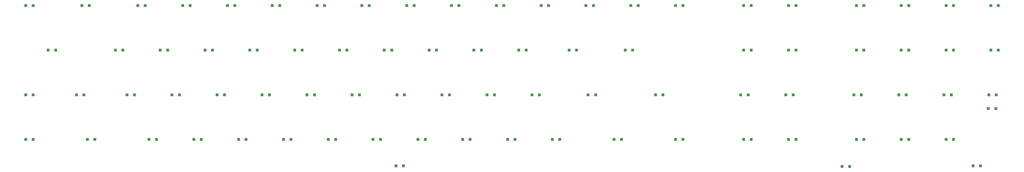
<source format=gbp>
%TF.GenerationSoftware,KiCad,Pcbnew,5.1.9-1.fc33*%
%TF.CreationDate,2021-04-02T14:54:25-04:00*%
%TF.ProjectId,pcb,7063622e-6b69-4636-9164-5f7063625858,rev?*%
%TF.SameCoordinates,Original*%
%TF.FileFunction,Paste,Bot*%
%TF.FilePolarity,Positive*%
%FSLAX46Y46*%
G04 Gerber Fmt 4.6, Leading zero omitted, Abs format (unit mm)*
G04 Created by KiCad (PCBNEW 5.1.9-1.fc33) date 2021-04-02 14:54:25*
%MOMM*%
%LPD*%
G01*
G04 APERTURE LIST*
%ADD10R,1.200000X1.200000*%
G04 APERTURE END LIST*
D10*
%TO.C,D0*%
X87833000Y-186730000D03*
X90983000Y-186730000D03*
%TD*%
%TO.C,D1*%
X111583000Y-186730000D03*
X114733000Y-186730000D03*
%TD*%
%TO.C,D2*%
X135333000Y-186730000D03*
X138483000Y-186730000D03*
%TD*%
%TO.C,D3*%
X154333000Y-186730000D03*
X157483000Y-186730000D03*
%TD*%
%TO.C,D4*%
X173333000Y-186730000D03*
X176483000Y-186730000D03*
%TD*%
%TO.C,D5*%
X192333000Y-186730000D03*
X195483000Y-186730000D03*
%TD*%
%TO.C,D6*%
X211333000Y-186730000D03*
X214483000Y-186730000D03*
%TD*%
%TO.C,D7*%
X230333000Y-186730000D03*
X233483000Y-186730000D03*
%TD*%
%TO.C,D8*%
X249333000Y-186730000D03*
X252483000Y-186730000D03*
%TD*%
%TO.C,D9*%
X268333000Y-186730000D03*
X271483000Y-186730000D03*
%TD*%
%TO.C,D10*%
X287333000Y-186730000D03*
X290483000Y-186730000D03*
%TD*%
%TO.C,D11*%
X306333000Y-186730000D03*
X309483000Y-186730000D03*
%TD*%
%TO.C,D12*%
X325333000Y-186730000D03*
X328483000Y-186730000D03*
%TD*%
%TO.C,D13*%
X344333000Y-186730000D03*
X347483000Y-186730000D03*
%TD*%
%TO.C,D14*%
X363333000Y-186730000D03*
X366483000Y-186730000D03*
%TD*%
%TO.C,D15*%
X392233000Y-186730000D03*
X395383000Y-186730000D03*
%TD*%
%TO.C,D16*%
X411233000Y-186730000D03*
X414383000Y-186730000D03*
%TD*%
%TO.C,D17*%
X440033000Y-186730000D03*
X443183000Y-186730000D03*
%TD*%
%TO.C,D18*%
X459033000Y-186730000D03*
X462183000Y-186730000D03*
%TD*%
%TO.C,D19*%
X478033000Y-186730000D03*
X481183000Y-186730000D03*
%TD*%
%TO.C,D20*%
X497033000Y-186730000D03*
X500183000Y-186730000D03*
%TD*%
%TO.C,D21*%
X97333000Y-205730000D03*
X100483000Y-205730000D03*
%TD*%
%TO.C,D22*%
X125833000Y-205730000D03*
X128983000Y-205730000D03*
%TD*%
%TO.C,D23*%
X144833000Y-205730000D03*
X147983000Y-205730000D03*
%TD*%
%TO.C,D24*%
X163833000Y-205730000D03*
X166983000Y-205730000D03*
%TD*%
%TO.C,D25*%
X182833000Y-205730000D03*
X185983000Y-205730000D03*
%TD*%
%TO.C,D26*%
X201833000Y-205730000D03*
X204983000Y-205730000D03*
%TD*%
%TO.C,D27*%
X220833000Y-205730000D03*
X223983000Y-205730000D03*
%TD*%
%TO.C,D28*%
X239833000Y-205730000D03*
X242983000Y-205730000D03*
%TD*%
%TO.C,D29*%
X258833000Y-205730000D03*
X261983000Y-205730000D03*
%TD*%
%TO.C,D30*%
X277833000Y-205730000D03*
X280983000Y-205730000D03*
%TD*%
%TO.C,D31*%
X296833000Y-205730000D03*
X299983000Y-205730000D03*
%TD*%
%TO.C,D32*%
X318208000Y-205730000D03*
X321358000Y-205730000D03*
%TD*%
%TO.C,D33*%
X341958000Y-205730000D03*
X345108000Y-205730000D03*
%TD*%
%TO.C,D34*%
X392233000Y-205730000D03*
X395383000Y-205730000D03*
%TD*%
%TO.C,D35*%
X411233000Y-205730000D03*
X414383000Y-205730000D03*
%TD*%
%TO.C,D36*%
X440033000Y-205730000D03*
X443183000Y-205730000D03*
%TD*%
%TO.C,D37*%
X459033000Y-205730000D03*
X462183000Y-205730000D03*
%TD*%
%TO.C,D38*%
X478033000Y-205730000D03*
X481183000Y-205730000D03*
%TD*%
%TO.C,D39*%
X497033000Y-205730000D03*
X500183000Y-205730000D03*
%TD*%
%TO.C,D41*%
X499099000Y-230632000D03*
X495949000Y-230632000D03*
%TD*%
%TO.C,D42*%
X87833000Y-224730000D03*
X90983000Y-224730000D03*
%TD*%
%TO.C,D43*%
X109286750Y-224730000D03*
X112436750Y-224730000D03*
%TD*%
%TO.C,D44*%
X130740500Y-224730000D03*
X133890500Y-224730000D03*
%TD*%
%TO.C,D45*%
X149819250Y-224730000D03*
X152969250Y-224730000D03*
%TD*%
%TO.C,D46*%
X168898000Y-224730000D03*
X172048000Y-224730000D03*
%TD*%
%TO.C,D47*%
X187976750Y-224730000D03*
X191126750Y-224730000D03*
%TD*%
%TO.C,D49*%
X207055500Y-224730000D03*
X210205500Y-224730000D03*
%TD*%
%TO.C,D50*%
X226134250Y-224730000D03*
X229284250Y-224730000D03*
%TD*%
%TO.C,D51*%
X245213000Y-224730000D03*
X248363000Y-224730000D03*
%TD*%
%TO.C,D52*%
X264291750Y-224730000D03*
X267441750Y-224730000D03*
%TD*%
%TO.C,D53*%
X283370500Y-224730000D03*
X286520500Y-224730000D03*
%TD*%
%TO.C,D54*%
X302449250Y-224730000D03*
X305599250Y-224730000D03*
%TD*%
%TO.C,D55*%
X326278000Y-224730000D03*
X329428000Y-224730000D03*
%TD*%
%TO.C,D56*%
X354856750Y-224730000D03*
X358006750Y-224730000D03*
%TD*%
%TO.C,D57*%
X390960500Y-224730000D03*
X394110500Y-224730000D03*
%TD*%
%TO.C,D58*%
X410039250Y-224730000D03*
X413189250Y-224730000D03*
%TD*%
%TO.C,D59*%
X438918000Y-224730000D03*
X442068000Y-224730000D03*
%TD*%
%TO.C,D60*%
X457996750Y-224730000D03*
X461146750Y-224730000D03*
%TD*%
%TO.C,D61*%
X477075500Y-224730000D03*
X480225500Y-224730000D03*
%TD*%
%TO.C,D62*%
X496154250Y-224730000D03*
X499304250Y-224730000D03*
%TD*%
%TO.C,D63*%
X492585000Y-255016000D03*
X489435000Y-255016000D03*
%TD*%
%TO.C,D64*%
X87833000Y-243730000D03*
X90983000Y-243730000D03*
%TD*%
%TO.C,D65*%
X113958000Y-243730000D03*
X117108000Y-243730000D03*
%TD*%
%TO.C,D66*%
X140083000Y-243730000D03*
X143233000Y-243730000D03*
%TD*%
%TO.C,D67*%
X159083000Y-243730000D03*
X162233000Y-243730000D03*
%TD*%
%TO.C,D68*%
X178083000Y-243730000D03*
X181233000Y-243730000D03*
%TD*%
%TO.C,D69*%
X197083000Y-243730000D03*
X200233000Y-243730000D03*
%TD*%
%TO.C,D70*%
X216083000Y-243730000D03*
X219233000Y-243730000D03*
%TD*%
%TO.C,D71*%
X244805000Y-255016000D03*
X247955000Y-255016000D03*
%TD*%
%TO.C,D72*%
X235083000Y-243730000D03*
X238233000Y-243730000D03*
%TD*%
%TO.C,D73*%
X254083000Y-243730000D03*
X257233000Y-243730000D03*
%TD*%
%TO.C,D74*%
X273083000Y-243730000D03*
X276233000Y-243730000D03*
%TD*%
%TO.C,D75*%
X292083000Y-243730000D03*
X295233000Y-243730000D03*
%TD*%
%TO.C,D76*%
X311083000Y-243730000D03*
X314233000Y-243730000D03*
%TD*%
%TO.C,D77*%
X337208000Y-243730000D03*
X340358000Y-243730000D03*
%TD*%
%TO.C,D78*%
X363333000Y-243730000D03*
X366483000Y-243730000D03*
%TD*%
%TO.C,D79*%
X392233000Y-243730000D03*
X395383000Y-243730000D03*
%TD*%
%TO.C,D80*%
X411233000Y-243730000D03*
X414383000Y-243730000D03*
%TD*%
%TO.C,D81*%
X440033000Y-243730000D03*
X443183000Y-243730000D03*
%TD*%
%TO.C,D82*%
X459033000Y-243730000D03*
X462183000Y-243730000D03*
%TD*%
%TO.C,D83*%
X478033000Y-243730000D03*
X481183000Y-243730000D03*
%TD*%
%TO.C,D84*%
X433973000Y-255270000D03*
X437123000Y-255270000D03*
%TD*%
M02*

</source>
